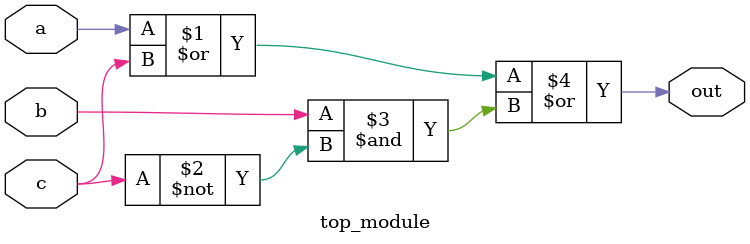
<source format=v>
module top_module(
    input a,
    input b,
    input c,
    output out  ); 
    assign out = a | c | (b & ~c);
endmodule

</source>
